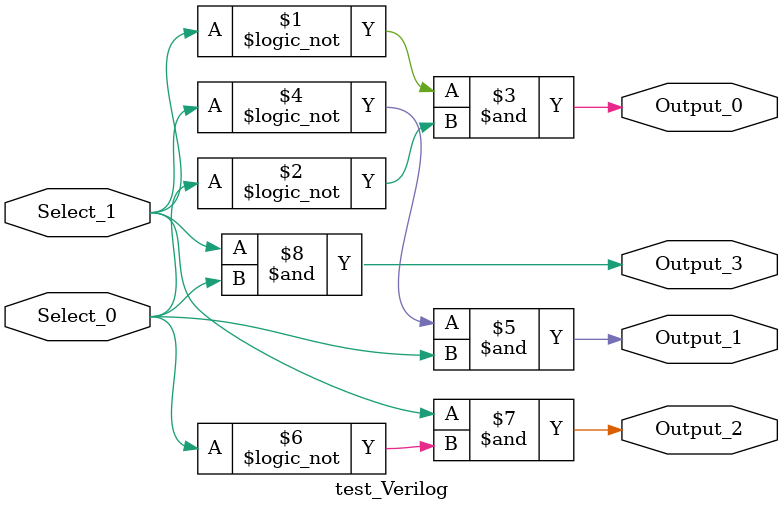
<source format=v>
`timescale 1ns / 1ps
module test_Verilog(
    input Select_1,
    input Select_0,
    output Output_3,
    output Output_2,
    output Output_1,
    output Output_0
    );
	 assign Output_0 = !Select_1 & !Select_0;
	 assign Output_1 = !Select_1 & Select_0;
	 assign Output_2 = Select_1 & !Select_0;
	 assign Output_3 = Select_1 & Select_0;


endmodule

</source>
